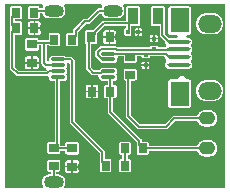
<source format=gbr>
%TF.GenerationSoftware,Altium Limited,Altium Designer,20.1.8 (145)*%
G04 Layer_Physical_Order=2*
G04 Layer_Color=16729670*
%FSLAX45Y45*%
%MOMM*%
%TF.SameCoordinates,B8344769-4606-4218-AAAC-353AEC7BCCEF*%
%TF.FilePolarity,Positive*%
%TF.FileFunction,Copper,L2,Bot,Signal*%
%TF.Part,Single*%
G01*
G75*
%TA.AperFunction,ComponentPad*%
G04:AMPARAMS|DCode=10|XSize=1.1mm|YSize=1.4mm|CornerRadius=0.55mm|HoleSize=0mm|Usage=FLASHONLY|Rotation=270.000|XOffset=0mm|YOffset=0mm|HoleType=Round|Shape=RoundedRectangle|*
%AMROUNDEDRECTD10*
21,1,1.10000,0.30000,0,0,270.0*
21,1,0.00000,1.40000,0,0,270.0*
1,1,1.10000,-0.15000,0.00000*
1,1,1.10000,-0.15000,0.00000*
1,1,1.10000,0.15000,0.00000*
1,1,1.10000,0.15000,0.00000*
%
%ADD10ROUNDEDRECTD10*%
%ADD11O,1.70000X1.00000*%
%ADD12O,2.25000X3.75000*%
G04:AMPARAMS|DCode=13|XSize=2.25mm|YSize=3.75mm|CornerRadius=1.125mm|HoleSize=0mm|Usage=FLASHONLY|Rotation=180.000|XOffset=0mm|YOffset=0mm|HoleType=Round|Shape=RoundedRectangle|*
%AMROUNDEDRECTD13*
21,1,2.25000,1.50000,0,0,180.0*
21,1,0.00000,3.75000,0,0,180.0*
1,1,2.25000,0.00000,0.75000*
1,1,2.25000,0.00000,0.75000*
1,1,2.25000,0.00000,-0.75000*
1,1,2.25000,0.00000,-0.75000*
%
%ADD13ROUNDEDRECTD13*%
%ADD14O,2.00000X1.50000*%
%TA.AperFunction,ViaPad*%
%ADD15C,0.80000*%
%TA.AperFunction,SMDPad,CuDef*%
G04:AMPARAMS|DCode=16|XSize=0.85mm|YSize=1.4mm|CornerRadius=0.00425mm|HoleSize=0mm|Usage=FLASHONLY|Rotation=180.000|XOffset=0mm|YOffset=0mm|HoleType=Round|Shape=RoundedRectangle|*
%AMROUNDEDRECTD16*
21,1,0.85000,1.39150,0,0,180.0*
21,1,0.84150,1.40000,0,0,180.0*
1,1,0.00850,-0.42075,0.69575*
1,1,0.00850,0.42075,0.69575*
1,1,0.00850,0.42075,-0.69575*
1,1,0.00850,-0.42075,-0.69575*
%
%ADD16ROUNDEDRECTD16*%
G04:AMPARAMS|DCode=17|XSize=0.4mm|YSize=0.3mm|CornerRadius=0.0015mm|HoleSize=0mm|Usage=FLASHONLY|Rotation=270.000|XOffset=0mm|YOffset=0mm|HoleType=Round|Shape=RoundedRectangle|*
%AMROUNDEDRECTD17*
21,1,0.40000,0.29700,0,0,270.0*
21,1,0.39700,0.30000,0,0,270.0*
1,1,0.00300,-0.14850,-0.19850*
1,1,0.00300,-0.14850,0.19850*
1,1,0.00300,0.14850,0.19850*
1,1,0.00300,0.14850,-0.19850*
%
%ADD17ROUNDEDRECTD17*%
G04:AMPARAMS|DCode=18|XSize=0.4mm|YSize=0.3mm|CornerRadius=0.0015mm|HoleSize=0mm|Usage=FLASHONLY|Rotation=0.000|XOffset=0mm|YOffset=0mm|HoleType=Round|Shape=RoundedRectangle|*
%AMROUNDEDRECTD18*
21,1,0.40000,0.29700,0,0,0.0*
21,1,0.39700,0.30000,0,0,0.0*
1,1,0.00300,0.19850,-0.14850*
1,1,0.00300,-0.19850,-0.14850*
1,1,0.00300,-0.19850,0.14850*
1,1,0.00300,0.19850,0.14850*
%
%ADD18ROUNDEDRECTD18*%
G04:AMPARAMS|DCode=19|XSize=0.85mm|YSize=0.75mm|CornerRadius=0.00375mm|HoleSize=0mm|Usage=FLASHONLY|Rotation=0.000|XOffset=0mm|YOffset=0mm|HoleType=Round|Shape=RoundedRectangle|*
%AMROUNDEDRECTD19*
21,1,0.85000,0.74250,0,0,0.0*
21,1,0.84250,0.75000,0,0,0.0*
1,1,0.00750,0.42125,-0.37125*
1,1,0.00750,-0.42125,-0.37125*
1,1,0.00750,-0.42125,0.37125*
1,1,0.00750,0.42125,0.37125*
%
%ADD19ROUNDEDRECTD19*%
G04:AMPARAMS|DCode=20|XSize=0.8mm|YSize=0.7mm|CornerRadius=0.0035mm|HoleSize=0mm|Usage=FLASHONLY|Rotation=90.000|XOffset=0mm|YOffset=0mm|HoleType=Round|Shape=RoundedRectangle|*
%AMROUNDEDRECTD20*
21,1,0.80000,0.69300,0,0,90.0*
21,1,0.79300,0.70000,0,0,90.0*
1,1,0.00700,0.34650,0.39650*
1,1,0.00700,0.34650,-0.39650*
1,1,0.00700,-0.34650,-0.39650*
1,1,0.00700,-0.34650,0.39650*
%
%ADD20ROUNDEDRECTD20*%
G04:AMPARAMS|DCode=21|XSize=0.8mm|YSize=0.7mm|CornerRadius=0.0035mm|HoleSize=0mm|Usage=FLASHONLY|Rotation=0.000|XOffset=0mm|YOffset=0mm|HoleType=Round|Shape=RoundedRectangle|*
%AMROUNDEDRECTD21*
21,1,0.80000,0.69300,0,0,0.0*
21,1,0.79300,0.70000,0,0,0.0*
1,1,0.00700,0.39650,-0.34650*
1,1,0.00700,-0.39650,-0.34650*
1,1,0.00700,-0.39650,0.34650*
1,1,0.00700,0.39650,0.34650*
%
%ADD21ROUNDEDRECTD21*%
G04:AMPARAMS|DCode=22|XSize=0.85mm|YSize=0.75mm|CornerRadius=0.00375mm|HoleSize=0mm|Usage=FLASHONLY|Rotation=90.000|XOffset=0mm|YOffset=0mm|HoleType=Round|Shape=RoundedRectangle|*
%AMROUNDEDRECTD22*
21,1,0.85000,0.74250,0,0,90.0*
21,1,0.84250,0.75000,0,0,90.0*
1,1,0.00750,0.37125,0.42125*
1,1,0.00750,0.37125,-0.42125*
1,1,0.00750,-0.37125,-0.42125*
1,1,0.00750,-0.37125,0.42125*
%
%ADD22ROUNDEDRECTD22*%
%ADD23O,1.25000X0.30000*%
G04:AMPARAMS|DCode=24|XSize=0.35mm|YSize=2mm|CornerRadius=0.175mm|HoleSize=0mm|Usage=FLASHONLY|Rotation=270.000|XOffset=0mm|YOffset=0mm|HoleType=Round|Shape=RoundedRectangle|*
%AMROUNDEDRECTD24*
21,1,0.35000,1.65000,0,0,270.0*
21,1,0.00000,2.00000,0,0,270.0*
1,1,0.35000,-0.82500,0.00000*
1,1,0.35000,-0.82500,0.00000*
1,1,0.35000,0.82500,0.00000*
1,1,0.35000,0.82500,0.00000*
%
%ADD24ROUNDEDRECTD24*%
G04:AMPARAMS|DCode=25|XSize=2.1mm|YSize=1.6mm|CornerRadius=0.008mm|HoleSize=0mm|Usage=FLASHONLY|Rotation=270.000|XOffset=0mm|YOffset=0mm|HoleType=Round|Shape=RoundedRectangle|*
%AMROUNDEDRECTD25*
21,1,2.10000,1.58400,0,0,270.0*
21,1,2.08400,1.60000,0,0,270.0*
1,1,0.01600,-0.79200,-1.04200*
1,1,0.01600,-0.79200,1.04200*
1,1,0.01600,0.79200,1.04200*
1,1,0.01600,0.79200,-1.04200*
%
%ADD25ROUNDEDRECTD25*%
%TA.AperFunction,Conductor*%
%ADD26C,0.12700*%
%ADD27C,0.15240*%
%ADD28C,0.17780*%
G36*
X1879609Y20391D02*
X520829D01*
X513803Y35631D01*
X514984Y37014D01*
X520350Y45770D01*
X524280Y55257D01*
X526677Y65242D01*
X527483Y75479D01*
X526677Y85717D01*
X524280Y95702D01*
X520350Y105189D01*
X514984Y113945D01*
X508315Y121754D01*
X500507Y128423D01*
X491751Y133788D01*
X482264Y137718D01*
X472278Y140115D01*
X462041Y140921D01*
X451380D01*
Y161278D01*
X466691D01*
X470761Y161813D01*
X474554Y163384D01*
X477810Y165883D01*
X480309Y169140D01*
X481880Y172933D01*
X482416Y177002D01*
Y246302D01*
X481880Y250372D01*
X480309Y254165D01*
X477810Y257421D01*
X474554Y259920D01*
X470761Y261491D01*
X466691Y262027D01*
X387391D01*
X383322Y261491D01*
X379529Y259920D01*
X376272Y257421D01*
X373773Y254165D01*
X372202Y250372D01*
X371667Y246302D01*
Y177002D01*
X372202Y172933D01*
X373773Y169140D01*
X376272Y165883D01*
X379529Y163384D01*
X383322Y161813D01*
X387391Y161278D01*
X402703D01*
Y140921D01*
X392041D01*
X381804Y140115D01*
X371819Y137718D01*
X362332Y133788D01*
X353576Y128423D01*
X345767Y121754D01*
X339098Y113945D01*
X333733Y105189D01*
X329803Y95702D01*
X327405Y85717D01*
X326600Y75479D01*
X327405Y65242D01*
X329803Y55257D01*
X333733Y45770D01*
X339098Y37014D01*
X340279Y35631D01*
X333253Y20391D01*
X20391D01*
Y1579609D01*
X332434D01*
X339461Y1564369D01*
X339098Y1563945D01*
X333733Y1555189D01*
X330446Y1547256D01*
X308367D01*
Y1547390D01*
X307831Y1551459D01*
X306260Y1555252D01*
X303761Y1558509D01*
X300505Y1561008D01*
X296712Y1562579D01*
X292642Y1563114D01*
X223342D01*
X219273Y1562579D01*
X215480Y1561008D01*
X212223Y1558509D01*
X209724Y1555252D01*
X208154Y1551459D01*
X207618Y1547390D01*
Y1468090D01*
X208154Y1464020D01*
X209724Y1460227D01*
X212223Y1456971D01*
X215480Y1454472D01*
X219273Y1452901D01*
X223342Y1452365D01*
X292642D01*
X296712Y1452901D01*
X300505Y1454472D01*
X303761Y1456971D01*
X306260Y1460227D01*
X307831Y1464020D01*
X308367Y1468090D01*
Y1503703D01*
X330446D01*
X333733Y1495770D01*
X339098Y1487014D01*
X345767Y1479205D01*
X353576Y1472536D01*
X362332Y1467171D01*
X371819Y1463241D01*
X381804Y1460844D01*
X392041Y1460038D01*
X462041D01*
X472278Y1460844D01*
X482264Y1463241D01*
X491751Y1467171D01*
X500507Y1472536D01*
X508315Y1479205D01*
X514984Y1487014D01*
X520350Y1495770D01*
X524280Y1505257D01*
X526677Y1515242D01*
X527483Y1525480D01*
X526677Y1535717D01*
X524280Y1545702D01*
X520350Y1555189D01*
X514984Y1563945D01*
X514622Y1564369D01*
X521648Y1579609D01*
X832434D01*
X839461Y1564369D01*
X839098Y1563945D01*
X833733Y1555189D01*
X830446Y1547256D01*
X813285D01*
X807649Y1546514D01*
X802397Y1544338D01*
X797887Y1540878D01*
X714844Y1457835D01*
X694256D01*
X688620Y1457093D01*
X683368Y1454917D01*
X678858Y1451457D01*
X598175Y1370773D01*
X594714Y1366263D01*
X592539Y1361011D01*
X591797Y1355375D01*
Y1334930D01*
X550273D01*
X546203Y1334395D01*
X542410Y1332824D01*
X539154Y1330325D01*
X536655Y1327068D01*
X535084Y1323275D01*
X534548Y1319206D01*
Y1239906D01*
X535084Y1235836D01*
X536655Y1232044D01*
X539154Y1228787D01*
X542410Y1226288D01*
X546203Y1224717D01*
X550273Y1224181D01*
X619573D01*
X623642Y1224717D01*
X627435Y1226288D01*
X630692Y1228787D01*
X633191Y1232044D01*
X634761Y1235836D01*
X635297Y1239906D01*
Y1307812D01*
X635349Y1308206D01*
Y1346355D01*
X703276Y1414282D01*
X723864D01*
X729500Y1415024D01*
X734752Y1417200D01*
X739262Y1420660D01*
X816397Y1497796D01*
X833088Y1495845D01*
X834047Y1495257D01*
X839098Y1487014D01*
X845767Y1479205D01*
X853576Y1472536D01*
X862332Y1467171D01*
X871819Y1463241D01*
X881804Y1460844D01*
X892041Y1460038D01*
X962041D01*
X972278Y1460844D01*
X982264Y1463241D01*
X991751Y1467171D01*
X1000507Y1472536D01*
X1008315Y1479205D01*
X1014985Y1487014D01*
X1020350Y1495770D01*
X1024280Y1505257D01*
X1026677Y1515242D01*
X1027483Y1525480D01*
X1026677Y1535717D01*
X1024280Y1545702D01*
X1020350Y1555189D01*
X1014985Y1563945D01*
X1014622Y1564369D01*
X1021648Y1579609D01*
X1879609D01*
Y20391D01*
D02*
G37*
%LPC*%
G36*
X302657Y1435074D02*
X273145D01*
Y1384819D01*
X318407D01*
Y1419325D01*
X317870Y1423401D01*
X316297Y1427199D01*
X313794Y1430461D01*
X310532Y1432964D01*
X306733Y1434537D01*
X302657Y1435074D01*
D02*
G37*
G36*
X257905D02*
X228407D01*
X224331Y1434537D01*
X220532Y1432964D01*
X217270Y1430461D01*
X214767Y1427199D01*
X213194Y1423401D01*
X212657Y1419325D01*
Y1384819D01*
X257905D01*
Y1435074D01*
D02*
G37*
G36*
X1161153Y1378125D02*
X1153926D01*
Y1350369D01*
X1176676D01*
Y1362602D01*
X1176147Y1366619D01*
X1174596Y1370363D01*
X1172129Y1373578D01*
X1168914Y1376045D01*
X1165170Y1377596D01*
X1161153Y1378125D01*
D02*
G37*
G36*
X1138686D02*
X1131453D01*
X1127435Y1377596D01*
X1123691Y1376045D01*
X1120477Y1373578D01*
X1118010Y1370363D01*
X1116459Y1366619D01*
X1115930Y1362602D01*
Y1350369D01*
X1138686D01*
Y1378125D01*
D02*
G37*
G36*
X1773775Y1505456D02*
X1723774D01*
X1711970Y1504682D01*
X1700368Y1502374D01*
X1689167Y1498572D01*
X1678557Y1493340D01*
X1668722Y1486768D01*
X1659828Y1478968D01*
X1652029Y1470075D01*
X1645457Y1460239D01*
X1640225Y1449630D01*
X1636422Y1438428D01*
X1634115Y1426826D01*
X1633341Y1415022D01*
X1634115Y1403218D01*
X1636422Y1391616D01*
X1640225Y1380415D01*
X1645457Y1369806D01*
X1652029Y1359970D01*
X1659828Y1351076D01*
X1668722Y1343277D01*
X1678557Y1336705D01*
X1689167Y1331473D01*
X1700368Y1327670D01*
X1711970Y1325363D01*
X1723774Y1324589D01*
X1773775D01*
X1785579Y1325363D01*
X1797181Y1327670D01*
X1808382Y1331473D01*
X1818992Y1336705D01*
X1828827Y1343277D01*
X1837721Y1351076D01*
X1845520Y1359970D01*
X1852092Y1369806D01*
X1857324Y1380415D01*
X1861127Y1391616D01*
X1863434Y1403218D01*
X1864208Y1415022D01*
X1863434Y1426826D01*
X1861127Y1438428D01*
X1857324Y1449630D01*
X1852092Y1460239D01*
X1845520Y1470075D01*
X1837721Y1478968D01*
X1828827Y1486768D01*
X1818992Y1493340D01*
X1808382Y1498572D01*
X1797181Y1502374D01*
X1785579Y1504682D01*
X1773775Y1505456D01*
D02*
G37*
G36*
X318407Y1369579D02*
X273145D01*
Y1319325D01*
X302657D01*
X306733Y1319861D01*
X310532Y1321435D01*
X313794Y1323938D01*
X316297Y1327200D01*
X317870Y1330998D01*
X318407Y1335074D01*
Y1369579D01*
D02*
G37*
G36*
X257905D02*
X212657D01*
Y1335074D01*
X213194Y1330998D01*
X214767Y1327200D01*
X217270Y1323938D01*
X220532Y1321435D01*
X224331Y1319861D01*
X228407Y1319325D01*
X257905D01*
Y1369579D01*
D02*
G37*
G36*
X938318Y1357934D02*
X908816D01*
Y1307679D01*
X954068D01*
Y1342185D01*
X953531Y1346261D01*
X951958Y1350060D01*
X949455Y1353321D01*
X946193Y1355824D01*
X942395Y1357398D01*
X938318Y1357934D01*
D02*
G37*
G36*
X893576D02*
X864068D01*
X859992Y1357398D01*
X856193Y1355824D01*
X852931Y1353321D01*
X850429Y1350060D01*
X848855Y1346261D01*
X848319Y1342185D01*
Y1307679D01*
X893576D01*
Y1357934D01*
D02*
G37*
G36*
X1176676Y1335129D02*
X1153926D01*
Y1307379D01*
X1161153D01*
X1165170Y1307908D01*
X1168914Y1309459D01*
X1172129Y1311926D01*
X1174596Y1315141D01*
X1176147Y1318885D01*
X1176676Y1322902D01*
Y1335129D01*
D02*
G37*
G36*
X1138686D02*
X1115930D01*
Y1322902D01*
X1116459Y1318885D01*
X1118010Y1315141D01*
X1120477Y1311926D01*
X1123691Y1309459D01*
X1127435Y1307908D01*
X1131453Y1307379D01*
X1138686D01*
Y1335129D01*
D02*
G37*
G36*
X1142970Y1564244D02*
X1058820D01*
X1054730Y1563705D01*
X1050920Y1562127D01*
X1047647Y1559616D01*
X1045136Y1556344D01*
X1043558Y1552533D01*
X1043020Y1548443D01*
Y1441595D01*
X850899D01*
X845263Y1440853D01*
X840011Y1438677D01*
X835501Y1435217D01*
X761945Y1361661D01*
X759086Y1357934D01*
X709068D01*
X704992Y1357398D01*
X701193Y1355824D01*
X697932Y1353321D01*
X695429Y1350060D01*
X693855Y1346261D01*
X693319Y1342185D01*
Y1257934D01*
X693855Y1253858D01*
X695429Y1250060D01*
X697932Y1246798D01*
X701193Y1244295D01*
X703913Y1243168D01*
Y1036163D01*
X704655Y1030527D01*
X706831Y1025275D01*
X710291Y1020765D01*
X746370Y984686D01*
X750880Y981226D01*
X756132Y979050D01*
X761768Y978308D01*
X799861D01*
X804669Y974150D01*
X811792Y963068D01*
X811655Y961674D01*
X812239Y955746D01*
X813968Y950046D01*
X816776Y944793D01*
X820555Y940188D01*
X825160Y936409D01*
X830413Y933601D01*
X836113Y931872D01*
X842041Y931288D01*
X886515D01*
Y898199D01*
X871166D01*
X867090Y897663D01*
X863291Y896089D01*
X860029Y893586D01*
X857526Y890325D01*
X855953Y886526D01*
X855416Y882450D01*
Y798200D01*
X855953Y794123D01*
X857526Y790325D01*
X860029Y787063D01*
X863291Y784560D01*
X867090Y782987D01*
X871166Y782450D01*
X886515D01*
Y669515D01*
X887257Y663879D01*
X889432Y658627D01*
X892893Y654117D01*
X1132448Y414562D01*
Y402191D01*
X1132126Y399746D01*
Y320446D01*
X1132661Y316376D01*
X1134232Y312584D01*
X1136731Y309327D01*
X1139988Y306828D01*
X1143781Y305257D01*
X1147850Y304721D01*
X1217150D01*
X1221220Y305257D01*
X1225013Y306828D01*
X1228269Y309327D01*
X1230768Y312584D01*
X1232339Y316376D01*
X1232875Y320446D01*
Y338320D01*
X1645416D01*
X1649645Y328109D01*
X1655422Y318682D01*
X1662602Y310275D01*
X1671009Y303095D01*
X1680436Y297318D01*
X1690650Y293087D01*
X1701401Y290506D01*
X1712423Y289639D01*
X1742423D01*
X1753445Y290506D01*
X1764195Y293087D01*
X1774409Y297318D01*
X1783836Y303095D01*
X1792243Y310275D01*
X1799424Y318682D01*
X1805200Y328109D01*
X1809431Y338323D01*
X1812012Y349074D01*
X1812880Y360096D01*
X1812012Y371118D01*
X1809431Y381868D01*
X1805200Y392083D01*
X1799424Y401509D01*
X1792243Y409916D01*
X1783836Y417097D01*
X1774409Y422873D01*
X1764195Y427105D01*
X1753445Y429685D01*
X1742423Y430553D01*
X1712423D01*
X1701401Y429685D01*
X1690650Y427105D01*
X1680436Y422873D01*
X1671009Y417097D01*
X1662602Y409916D01*
X1655422Y401509D01*
X1649645Y392083D01*
X1645416Y381872D01*
X1232875D01*
Y399746D01*
X1232339Y403816D01*
X1230768Y407608D01*
X1228269Y410865D01*
X1225013Y413364D01*
X1221220Y414935D01*
X1217150Y415470D01*
X1176000D01*
Y423582D01*
X1175258Y429218D01*
X1173082Y434470D01*
X1169622Y438980D01*
X930067Y678535D01*
Y782450D01*
X945416D01*
X949492Y782987D01*
X953291Y784560D01*
X956553Y787063D01*
X959056Y790325D01*
X960629Y794123D01*
X961166Y798200D01*
Y882450D01*
X960629Y886526D01*
X959056Y890325D01*
X956553Y893586D01*
X953291Y896089D01*
X949492Y897663D01*
X945416Y898199D01*
X930067D01*
Y931288D01*
X937041D01*
X942969Y931872D01*
X948670Y933601D01*
X953923Y936409D01*
X958528Y940188D01*
X962307Y944793D01*
X965115Y950046D01*
X966844Y955746D01*
X967428Y961674D01*
X966844Y967602D01*
X965115Y973303D01*
X962307Y978556D01*
X959669Y986674D01*
X962307Y994793D01*
X965115Y1000046D01*
X966844Y1005746D01*
X967428Y1011674D01*
X966844Y1017602D01*
X965115Y1023302D01*
X962307Y1028556D01*
X958528Y1033160D01*
X953923Y1036940D01*
X948670Y1039747D01*
X942969Y1041476D01*
X937041Y1042060D01*
X842041D01*
X836113Y1041476D01*
X830413Y1039747D01*
X825160Y1036940D01*
X820555Y1033160D01*
X816776Y1028556D01*
X813968Y1023302D01*
X813531Y1021861D01*
X770788D01*
X747466Y1045183D01*
Y1242185D01*
X783318D01*
X787395Y1242722D01*
X791193Y1244295D01*
X794455Y1246798D01*
X796958Y1250060D01*
X798531Y1253858D01*
X799068Y1257934D01*
Y1330818D01*
X799120Y1331210D01*
Y1337243D01*
X859919Y1398042D01*
X1043117D01*
Y1378125D01*
X1041453D01*
X1037436Y1377596D01*
X1033692Y1376045D01*
X1030477Y1373578D01*
X1028010Y1370363D01*
X1026459Y1366619D01*
X1025930Y1362602D01*
Y1322902D01*
X1026459Y1318885D01*
X1028010Y1315141D01*
X1030477Y1311926D01*
X1033692Y1309459D01*
X1037436Y1307908D01*
X1041453Y1307379D01*
X1071153D01*
X1075170Y1307908D01*
X1078914Y1309459D01*
X1082129Y1311926D01*
X1084596Y1315141D01*
X1086147Y1318885D01*
X1086676Y1322902D01*
Y1362602D01*
X1086669Y1362650D01*
Y1393494D01*
X1142970D01*
X1147059Y1394032D01*
X1150870Y1395610D01*
X1154142Y1398121D01*
X1156653Y1401393D01*
X1158231Y1405204D01*
X1158770Y1409294D01*
Y1548443D01*
X1158231Y1552533D01*
X1156653Y1556344D01*
X1154142Y1559616D01*
X1150870Y1562127D01*
X1147059Y1563705D01*
X1142970Y1564244D01*
D02*
G37*
G36*
X1295329Y1319785D02*
X1283099D01*
Y1297032D01*
X1310852D01*
Y1304262D01*
X1310323Y1308279D01*
X1308772Y1312023D01*
X1306305Y1315238D01*
X1303091Y1317705D01*
X1299347Y1319256D01*
X1295329Y1319785D01*
D02*
G37*
G36*
X1267859D02*
X1255629D01*
X1251612Y1319256D01*
X1247868Y1317705D01*
X1244653Y1315238D01*
X1242186Y1312023D01*
X1240635Y1308279D01*
X1240106Y1304262D01*
Y1297032D01*
X1267859D01*
Y1319785D01*
D02*
G37*
G36*
X1310852Y1281792D02*
X1283099D01*
Y1259039D01*
X1295329D01*
X1299347Y1259568D01*
X1303091Y1261119D01*
X1306305Y1263586D01*
X1308772Y1266801D01*
X1310323Y1270545D01*
X1310852Y1274562D01*
Y1281792D01*
D02*
G37*
G36*
X1267859D02*
X1240106D01*
Y1274562D01*
X1240635Y1270545D01*
X1242186Y1266801D01*
X1244653Y1263586D01*
X1247868Y1261119D01*
X1251612Y1259568D01*
X1255629Y1259039D01*
X1267859D01*
Y1281792D01*
D02*
G37*
G36*
X954068Y1292439D02*
X908816D01*
Y1242185D01*
X938318D01*
X942395Y1242722D01*
X946193Y1244295D01*
X949455Y1246798D01*
X951958Y1250060D01*
X953531Y1253858D01*
X954068Y1257934D01*
Y1292439D01*
D02*
G37*
G36*
X893576D02*
X848319D01*
Y1257934D01*
X848855Y1253858D01*
X850429Y1250060D01*
X852931Y1246798D01*
X856193Y1244295D01*
X859992Y1242722D01*
X864068Y1242185D01*
X893576D01*
Y1292439D01*
D02*
G37*
G36*
X142642Y1563114D02*
X73342D01*
X69272Y1562579D01*
X65480Y1561008D01*
X62223Y1558509D01*
X59724Y1555252D01*
X58153Y1551459D01*
X57618Y1547390D01*
Y1479483D01*
X57566Y1479089D01*
Y1405850D01*
X57657Y1405153D01*
Y1349246D01*
X57566Y1348549D01*
Y1038671D01*
X58308Y1033035D01*
X60483Y1027783D01*
X63944Y1023273D01*
X108403Y978814D01*
X112913Y975353D01*
X118165Y973178D01*
X123801Y972436D01*
X371672D01*
X372826Y972588D01*
X375233Y971755D01*
X384872Y963868D01*
X386187Y962250D01*
X386761Y960598D01*
X387239Y955746D01*
X388968Y950046D01*
X391776Y944793D01*
X395555Y940188D01*
X400160Y936409D01*
X405413Y933601D01*
X411113Y931872D01*
X417041Y931288D01*
X438800D01*
Y412027D01*
X387391D01*
X383322Y411491D01*
X379529Y409920D01*
X376272Y407422D01*
X373773Y404165D01*
X372202Y400372D01*
X371667Y396302D01*
Y327003D01*
X372202Y322933D01*
X373773Y319140D01*
X376272Y315884D01*
X379529Y313385D01*
X383322Y311814D01*
X387391Y311278D01*
X466691D01*
X470761Y311814D01*
X474554Y313385D01*
X477810Y315884D01*
X480309Y319140D01*
X481880Y322933D01*
X482416Y327003D01*
Y338320D01*
X527048D01*
Y322971D01*
X527585Y318894D01*
X529158Y315096D01*
X531661Y311834D01*
X534923Y309331D01*
X538721Y307758D01*
X542797Y307221D01*
X627048D01*
X631124Y307758D01*
X634923Y309331D01*
X638184Y311834D01*
X640687Y315096D01*
X642261Y318894D01*
X642797Y322971D01*
Y397221D01*
X642261Y401297D01*
X640687Y405096D01*
X638184Y408358D01*
X634923Y410860D01*
X631124Y412434D01*
X627048Y412970D01*
X542797D01*
X538721Y412434D01*
X534923Y410860D01*
X531661Y408358D01*
X529158Y405096D01*
X527585Y401297D01*
X527048Y397221D01*
Y381872D01*
X482416D01*
Y396302D01*
X482353Y396783D01*
Y931288D01*
X512041D01*
X517969Y931872D01*
X523670Y933601D01*
X528923Y936409D01*
X533528Y940188D01*
X537307Y944793D01*
X540115Y950046D01*
X541844Y955746D01*
X542428Y961674D01*
X541844Y967602D01*
X540115Y973303D01*
X537307Y978556D01*
X534669Y986674D01*
X537307Y994793D01*
X540115Y1000046D01*
X541844Y1005746D01*
X542428Y1011674D01*
X541844Y1017602D01*
X540115Y1023302D01*
X537307Y1028556D01*
X533528Y1033160D01*
Y1040188D01*
X537307Y1044793D01*
X540115Y1050046D01*
X541844Y1055746D01*
X542428Y1061674D01*
X541844Y1067602D01*
X540115Y1073303D01*
X539391Y1074658D01*
X544019Y1085871D01*
X546947Y1089062D01*
X548107Y1089078D01*
X563146Y1074233D01*
Y581680D01*
X563888Y576044D01*
X566064Y570791D01*
X569525Y566282D01*
X817074Y318732D01*
Y241522D01*
X817126Y241128D01*
Y173222D01*
X817661Y169152D01*
X819232Y165359D01*
X821731Y162103D01*
X824988Y159604D01*
X828780Y158033D01*
X832850Y157497D01*
X902150D01*
X906220Y158033D01*
X910012Y159604D01*
X913269Y162103D01*
X915768Y165359D01*
X917339Y169152D01*
X917875Y173222D01*
Y252521D01*
X917339Y256591D01*
X915768Y260384D01*
X913269Y263641D01*
X910012Y266139D01*
X906220Y267710D01*
X902150Y268246D01*
X860626D01*
Y327752D01*
X859884Y333388D01*
X857709Y338640D01*
X854248Y343150D01*
X606699Y590699D01*
Y1097613D01*
X605957Y1103249D01*
X603781Y1108501D01*
X600321Y1113011D01*
X586259Y1127072D01*
X581749Y1130533D01*
X576497Y1132708D01*
X570861Y1133450D01*
X533175D01*
X528923Y1136940D01*
X523670Y1139748D01*
X517970Y1141477D01*
X512042Y1142060D01*
X417042D01*
X411113Y1141477D01*
X405413Y1139748D01*
X400160Y1136940D01*
X395555Y1133161D01*
X391776Y1128556D01*
X388968Y1123303D01*
X387239Y1117602D01*
X386655Y1111674D01*
X387239Y1105746D01*
X388016Y1103183D01*
X381470Y1089590D01*
X368081Y1096510D01*
Y1232052D01*
X386651D01*
X386655Y1232044D01*
X389153Y1228787D01*
X392410Y1226288D01*
X396203Y1224717D01*
X400273Y1224181D01*
X469572D01*
X473642Y1224717D01*
X477435Y1226288D01*
X480691Y1228787D01*
X483190Y1232044D01*
X484761Y1235836D01*
X485297Y1239906D01*
Y1319206D01*
X484761Y1323275D01*
X483190Y1327068D01*
X480691Y1330325D01*
X477435Y1332824D01*
X473642Y1334395D01*
X469572Y1334930D01*
X400273D01*
X396203Y1334395D01*
X392410Y1332824D01*
X389153Y1330325D01*
X386655Y1327068D01*
X385084Y1323275D01*
X384548Y1319206D01*
Y1275605D01*
X300547D01*
Y1276358D01*
X300010Y1280435D01*
X298437Y1284233D01*
X295934Y1287495D01*
X292672Y1289998D01*
X288873Y1291571D01*
X284797Y1292108D01*
X200547D01*
X196471Y1291571D01*
X192672Y1289998D01*
X189410Y1287495D01*
X186907Y1284233D01*
X185334Y1280435D01*
X184797Y1276358D01*
Y1202108D01*
X185334Y1198032D01*
X186907Y1194233D01*
X189410Y1190971D01*
X192672Y1188469D01*
X196471Y1186895D01*
X200547Y1186359D01*
X284797D01*
X288873Y1186895D01*
X292672Y1188469D01*
X295934Y1190971D01*
X298437Y1194233D01*
X300010Y1198032D01*
X300547Y1202108D01*
Y1232052D01*
X324529D01*
Y1079329D01*
X325271Y1073693D01*
X327446Y1068441D01*
X330907Y1063931D01*
X348561Y1046276D01*
X353071Y1042816D01*
X358323Y1040640D01*
X363210Y1039997D01*
X366146Y1033981D01*
X369037Y1026157D01*
X360206Y1015988D01*
X132821D01*
X101118Y1047691D01*
Y1319325D01*
X147657D01*
X151734Y1319861D01*
X155532Y1321435D01*
X158794Y1323938D01*
X161297Y1327200D01*
X162870Y1330998D01*
X163407Y1335074D01*
Y1419325D01*
X162870Y1423401D01*
X161297Y1427199D01*
X158794Y1430461D01*
X155532Y1432964D01*
X151734Y1434537D01*
X147657Y1435074D01*
X101118D01*
Y1452365D01*
X142642D01*
X146712Y1452901D01*
X150504Y1454472D01*
X153761Y1456971D01*
X156260Y1460227D01*
X157831Y1464020D01*
X158367Y1468090D01*
Y1547390D01*
X157831Y1551459D01*
X156260Y1555252D01*
X153761Y1558509D01*
X150504Y1561008D01*
X146712Y1562579D01*
X142642Y1563114D01*
D02*
G37*
G36*
X1352970Y1564244D02*
X1268820D01*
X1264730Y1563705D01*
X1260920Y1562127D01*
X1257647Y1559616D01*
X1255136Y1556344D01*
X1253558Y1552533D01*
X1253020Y1548443D01*
Y1409294D01*
X1253558Y1405204D01*
X1255136Y1401393D01*
X1257647Y1398121D01*
X1260920Y1395610D01*
X1264730Y1394032D01*
X1268820Y1393494D01*
X1325248D01*
Y1321868D01*
X1325990Y1316232D01*
X1328165Y1310980D01*
X1331626Y1306470D01*
X1371342Y1266754D01*
X1370876Y1262022D01*
X1371508Y1255604D01*
X1373380Y1249433D01*
X1376420Y1243745D01*
X1380512Y1238760D01*
X1381563Y1235726D01*
Y1228073D01*
X1369759Y1215024D01*
X1310752D01*
X1310323Y1218280D01*
X1308772Y1222023D01*
X1306305Y1225238D01*
X1303091Y1227705D01*
X1299347Y1229256D01*
X1295329Y1229785D01*
X1255629D01*
X1251612Y1229256D01*
X1247868Y1227705D01*
X1244653Y1225238D01*
X1242186Y1222023D01*
X1240635Y1218280D01*
X1240207Y1215024D01*
X969841D01*
X969027Y1215838D01*
X964252Y1219503D01*
X958691Y1221806D01*
X952723Y1222592D01*
X826359D01*
X820392Y1221806D01*
X814830Y1219503D01*
X810055Y1215838D01*
X787877Y1193660D01*
X784213Y1188885D01*
X781910Y1183324D01*
X781124Y1177356D01*
Y1145992D01*
X781910Y1140025D01*
X784213Y1134464D01*
X787877Y1129688D01*
X812421Y1105145D01*
X813968Y1100046D01*
X816776Y1094793D01*
X820555Y1090188D01*
X825159Y1086409D01*
X830413Y1083601D01*
X836113Y1081872D01*
X842041Y1081288D01*
X937041D01*
X942969Y1081872D01*
X948669Y1083601D01*
X953923Y1086409D01*
X958527Y1090188D01*
X962306Y1094793D01*
X965114Y1100046D01*
X966843Y1105746D01*
X967427Y1111674D01*
X966843Y1117602D01*
X965114Y1123302D01*
X971448Y1136329D01*
X973919Y1138430D01*
X1021451D01*
Y1099457D01*
X1021986Y1095387D01*
X1023557Y1091594D01*
X1026056Y1088338D01*
X1029313Y1085839D01*
X1033105Y1084268D01*
X1037175Y1083732D01*
X1116475D01*
X1120545Y1084268D01*
X1124337Y1085839D01*
X1127594Y1088338D01*
X1130093Y1091594D01*
X1131664Y1095387D01*
X1132200Y1099457D01*
Y1138430D01*
X1171609D01*
X1172055Y1135039D01*
X1173606Y1131295D01*
X1176073Y1128080D01*
X1179288Y1125613D01*
X1183032Y1124062D01*
X1187049Y1123533D01*
X1226749D01*
X1230767Y1124062D01*
X1234511Y1125613D01*
X1237725Y1128080D01*
X1240192Y1131295D01*
X1241743Y1135039D01*
X1242180Y1138360D01*
X1357111D01*
X1370876Y1132022D01*
X1371508Y1125604D01*
X1373380Y1119433D01*
X1376420Y1113745D01*
X1380512Y1108760D01*
X1381563Y1105725D01*
Y1093319D01*
X1380512Y1090285D01*
X1376420Y1085300D01*
X1373380Y1079612D01*
X1371508Y1073440D01*
X1370876Y1067022D01*
X1371508Y1060604D01*
X1373380Y1054432D01*
X1376420Y1048745D01*
X1380512Y1043760D01*
X1385497Y1039668D01*
X1391184Y1036628D01*
X1397356Y1034756D01*
X1403774Y1034124D01*
X1568775D01*
X1575193Y1034756D01*
X1581364Y1036628D01*
X1587052Y1039668D01*
X1592037Y1043760D01*
X1596129Y1048745D01*
X1599169Y1054432D01*
X1601041Y1060604D01*
X1601673Y1067022D01*
X1601041Y1073440D01*
X1599169Y1079612D01*
X1596129Y1085300D01*
X1592037Y1090285D01*
X1590985Y1093319D01*
Y1105725D01*
X1592037Y1108760D01*
X1596129Y1113745D01*
X1599169Y1119433D01*
X1601041Y1125604D01*
X1601673Y1132022D01*
X1601041Y1138440D01*
X1599169Y1144612D01*
X1596129Y1150300D01*
X1592037Y1155285D01*
X1590985Y1158320D01*
Y1170725D01*
X1592037Y1173760D01*
X1596129Y1178745D01*
X1599169Y1184433D01*
X1601041Y1190604D01*
X1601673Y1197022D01*
X1601041Y1203441D01*
X1599169Y1209612D01*
X1596129Y1215300D01*
X1592037Y1220285D01*
X1590986Y1223319D01*
Y1235726D01*
X1592037Y1238760D01*
X1596129Y1243745D01*
X1599169Y1249433D01*
X1601041Y1255604D01*
X1601673Y1262022D01*
X1601041Y1268440D01*
X1599169Y1274612D01*
X1596129Y1280300D01*
X1592037Y1285285D01*
X1587052Y1289376D01*
X1581364Y1292417D01*
X1575193Y1294288D01*
X1568775Y1294921D01*
X1555097D01*
X1548045Y1308322D01*
X1554883Y1321644D01*
X1572974D01*
X1577161Y1322195D01*
X1581063Y1323811D01*
X1584414Y1326382D01*
X1586985Y1329733D01*
X1588601Y1333635D01*
X1589153Y1337822D01*
Y1546222D01*
X1588601Y1550409D01*
X1586985Y1554312D01*
X1584414Y1557662D01*
X1581063Y1560233D01*
X1577161Y1561850D01*
X1572974Y1562401D01*
X1414575D01*
X1410387Y1561850D01*
X1406485Y1560233D01*
X1403135Y1557662D01*
X1400564Y1554312D01*
X1398947Y1550409D01*
X1398396Y1546222D01*
Y1337822D01*
X1398947Y1333635D01*
X1400564Y1329733D01*
X1403135Y1326382D01*
X1406485Y1323811D01*
X1410387Y1322195D01*
X1414575Y1321644D01*
X1472666D01*
X1479504Y1308322D01*
X1472451Y1294921D01*
X1404768D01*
X1368800Y1330888D01*
Y1439945D01*
X1368770Y1440177D01*
Y1548443D01*
X1368231Y1552533D01*
X1366653Y1556344D01*
X1364142Y1559616D01*
X1360870Y1562127D01*
X1357059Y1563705D01*
X1352970Y1564244D01*
D02*
G37*
G36*
X284797Y1137108D02*
X250292D01*
Y1091853D01*
X300547D01*
Y1121358D01*
X300010Y1125435D01*
X298437Y1129233D01*
X295934Y1132495D01*
X292672Y1134998D01*
X288873Y1136571D01*
X284797Y1137108D01*
D02*
G37*
G36*
X235052D02*
X200547D01*
X196471Y1136571D01*
X192672Y1134998D01*
X189410Y1132495D01*
X186907Y1129233D01*
X185334Y1125435D01*
X184797Y1121358D01*
Y1091853D01*
X235052D01*
Y1137108D01*
D02*
G37*
G36*
X1226749Y1094279D02*
X1214516D01*
Y1071533D01*
X1242272D01*
Y1078756D01*
X1241743Y1082774D01*
X1240192Y1086518D01*
X1237725Y1089732D01*
X1234511Y1092199D01*
X1230767Y1093750D01*
X1226749Y1094279D01*
D02*
G37*
G36*
X1199276D02*
X1187049D01*
X1183032Y1093750D01*
X1179288Y1092199D01*
X1176073Y1089732D01*
X1173606Y1086518D01*
X1172055Y1082774D01*
X1171526Y1078756D01*
Y1071533D01*
X1199276D01*
Y1094279D01*
D02*
G37*
G36*
X1242272Y1056293D02*
X1214516D01*
Y1033533D01*
X1226749D01*
X1230767Y1034062D01*
X1234511Y1035613D01*
X1237725Y1038080D01*
X1240192Y1041295D01*
X1241743Y1045039D01*
X1242272Y1049056D01*
Y1056293D01*
D02*
G37*
G36*
X1199276D02*
X1171526D01*
Y1049056D01*
X1172055Y1045039D01*
X1173606Y1041295D01*
X1176073Y1038080D01*
X1179288Y1035613D01*
X1183032Y1034062D01*
X1187049Y1033533D01*
X1199276D01*
Y1056293D01*
D02*
G37*
G36*
X300547Y1076613D02*
X250292D01*
Y1031359D01*
X284797D01*
X288873Y1031895D01*
X292672Y1033469D01*
X295934Y1035972D01*
X298437Y1039233D01*
X300010Y1043032D01*
X300547Y1047108D01*
Y1076613D01*
D02*
G37*
G36*
X235052D02*
X184797D01*
Y1047108D01*
X185334Y1043032D01*
X186907Y1039233D01*
X189410Y1035972D01*
X192672Y1033469D01*
X196471Y1031895D01*
X200547Y1031359D01*
X235052D01*
Y1076613D01*
D02*
G37*
G36*
X790416Y898199D02*
X760910D01*
Y847944D01*
X806166D01*
Y882450D01*
X805629Y886526D01*
X804056Y890325D01*
X801553Y893586D01*
X798291Y896089D01*
X794492Y897663D01*
X790416Y898199D01*
D02*
G37*
G36*
X745670D02*
X716166D01*
X712090Y897663D01*
X708291Y896089D01*
X705029Y893586D01*
X702526Y890325D01*
X700953Y886526D01*
X700416Y882450D01*
Y847944D01*
X745670D01*
Y898199D01*
D02*
G37*
G36*
X806166Y832704D02*
X760910D01*
Y782450D01*
X790416D01*
X794492Y782987D01*
X798291Y784560D01*
X801553Y787063D01*
X804056Y790325D01*
X805629Y794123D01*
X806166Y798200D01*
Y832704D01*
D02*
G37*
G36*
X745670D02*
X700416D01*
Y798200D01*
X700953Y794123D01*
X702526Y790325D01*
X705029Y787063D01*
X708291Y784560D01*
X712090Y782987D01*
X716166Y782450D01*
X745670D01*
Y832704D01*
D02*
G37*
G36*
X1773775Y939456D02*
X1723774D01*
X1711970Y938682D01*
X1700368Y936374D01*
X1689167Y932572D01*
X1678557Y927340D01*
X1668722Y920768D01*
X1659828Y912968D01*
X1652029Y904075D01*
X1645457Y894239D01*
X1640225Y883630D01*
X1636422Y872428D01*
X1634115Y860826D01*
X1633341Y849022D01*
X1634115Y837219D01*
X1636422Y825617D01*
X1640225Y814415D01*
X1645457Y803806D01*
X1652029Y793970D01*
X1659828Y785076D01*
X1668722Y777277D01*
X1678557Y770705D01*
X1689167Y765473D01*
X1700368Y761671D01*
X1711970Y759363D01*
X1723774Y758589D01*
X1773775D01*
X1785579Y759363D01*
X1797181Y761671D01*
X1808382Y765473D01*
X1818992Y770705D01*
X1828827Y777277D01*
X1837721Y785076D01*
X1845520Y793970D01*
X1852092Y803806D01*
X1857324Y814415D01*
X1861127Y825617D01*
X1863434Y837219D01*
X1864208Y849022D01*
X1863434Y860826D01*
X1861127Y872428D01*
X1857324Y883630D01*
X1852092Y894239D01*
X1845520Y904075D01*
X1837721Y912968D01*
X1828827Y920768D01*
X1818992Y927340D01*
X1808382Y932572D01*
X1797181Y936374D01*
X1785579Y938682D01*
X1773775Y939456D01*
D02*
G37*
G36*
X1513774Y972457D02*
X1505886Y971680D01*
X1498301Y969379D01*
X1491310Y965642D01*
X1485183Y960614D01*
X1480154Y954487D01*
X1476418Y947496D01*
X1474872Y942401D01*
X1414575D01*
X1410387Y941850D01*
X1406485Y940233D01*
X1403135Y937662D01*
X1400564Y934312D01*
X1398947Y930410D01*
X1398396Y926222D01*
Y717823D01*
X1398947Y713635D01*
X1400564Y709733D01*
X1403135Y706383D01*
X1406485Y703812D01*
X1410387Y702195D01*
X1414575Y701644D01*
X1572974D01*
X1577161Y702195D01*
X1581063Y703812D01*
X1584414Y706383D01*
X1586985Y709733D01*
X1588601Y713635D01*
X1589153Y717823D01*
Y926222D01*
X1588601Y930410D01*
X1586985Y934312D01*
X1584414Y937662D01*
X1581063Y940233D01*
X1577161Y941850D01*
X1572974Y942401D01*
X1552677D01*
X1551131Y947496D01*
X1547395Y954487D01*
X1542366Y960614D01*
X1536239Y965642D01*
X1529248Y969379D01*
X1521663Y971680D01*
X1513774Y972457D01*
D02*
G37*
G36*
X1116475Y1034481D02*
X1037175D01*
X1033105Y1033945D01*
X1029313Y1032374D01*
X1026056Y1029876D01*
X1023557Y1026619D01*
X1021986Y1022826D01*
X1021451Y1018756D01*
Y949457D01*
X1021986Y945387D01*
X1023557Y941594D01*
X1026056Y938337D01*
X1029313Y935839D01*
X1033105Y934268D01*
X1037175Y933732D01*
X1039882D01*
Y632118D01*
X1040624Y626482D01*
X1042800Y621230D01*
X1046260Y616720D01*
X1135148Y527832D01*
X1139658Y524371D01*
X1144910Y522196D01*
X1150546Y521454D01*
X1379422D01*
X1385058Y522196D01*
X1390311Y524371D01*
X1394820Y527832D01*
X1459308Y592320D01*
X1645416D01*
X1649645Y582109D01*
X1655422Y572682D01*
X1662602Y564275D01*
X1671009Y557095D01*
X1680436Y551318D01*
X1690650Y547087D01*
X1701401Y544506D01*
X1712423Y543639D01*
X1742423D01*
X1753445Y544506D01*
X1764195Y547087D01*
X1774409Y551318D01*
X1783836Y557095D01*
X1792243Y564275D01*
X1799424Y572682D01*
X1805200Y582109D01*
X1809431Y592323D01*
X1812012Y603074D01*
X1812880Y614096D01*
X1812012Y625118D01*
X1809431Y635868D01*
X1805200Y646083D01*
X1799424Y655509D01*
X1792243Y663916D01*
X1783836Y671097D01*
X1774409Y676873D01*
X1764195Y681105D01*
X1753445Y683685D01*
X1742423Y684553D01*
X1712423D01*
X1701401Y683685D01*
X1690650Y681105D01*
X1680436Y676873D01*
X1671009Y671097D01*
X1662602Y663916D01*
X1655422Y655509D01*
X1649645Y646083D01*
X1645416Y635872D01*
X1450288D01*
X1444652Y635130D01*
X1439400Y632955D01*
X1434890Y629494D01*
X1370403Y565006D01*
X1159566D01*
X1083434Y641138D01*
Y933732D01*
X1116475D01*
X1120545Y934268D01*
X1124337Y935839D01*
X1127594Y938337D01*
X1130093Y941594D01*
X1131664Y945387D01*
X1132200Y949457D01*
Y1018756D01*
X1131664Y1022826D01*
X1130093Y1026619D01*
X1127594Y1029876D01*
X1124337Y1032374D01*
X1120545Y1033945D01*
X1116475Y1034481D01*
D02*
G37*
G36*
X627048Y257971D02*
X592543D01*
Y212716D01*
X642797D01*
Y242221D01*
X642261Y246297D01*
X640687Y250096D01*
X638184Y253358D01*
X634923Y255861D01*
X631124Y257434D01*
X627048Y257971D01*
D02*
G37*
G36*
X577303D02*
X542797D01*
X538721Y257434D01*
X534923Y255861D01*
X531661Y253358D01*
X529158Y250096D01*
X527585Y246297D01*
X527048Y242221D01*
Y212716D01*
X577303D01*
Y257971D01*
D02*
G37*
G36*
X1067150Y415470D02*
X997850D01*
X993780Y414935D01*
X989988Y413364D01*
X986731Y410865D01*
X984232Y407608D01*
X982661Y403816D01*
X982126Y399746D01*
Y320446D01*
X982661Y316376D01*
X984232Y312584D01*
X986731Y309327D01*
X989988Y306828D01*
X993780Y305257D01*
X997850Y304721D01*
X1010724D01*
Y268246D01*
X997850D01*
X993780Y267710D01*
X989988Y266139D01*
X986731Y263641D01*
X984232Y260384D01*
X982661Y256591D01*
X982126Y252521D01*
Y173222D01*
X982661Y169152D01*
X984232Y165359D01*
X986731Y162103D01*
X989988Y159604D01*
X993780Y158033D01*
X997850Y157497D01*
X1067150D01*
X1071220Y158033D01*
X1075012Y159604D01*
X1078269Y162103D01*
X1080768Y165359D01*
X1082339Y169152D01*
X1082875Y173222D01*
Y252521D01*
X1082339Y256591D01*
X1080768Y260384D01*
X1078269Y263641D01*
X1075012Y266139D01*
X1071220Y267710D01*
X1067150Y268246D01*
X1054276D01*
Y304721D01*
X1067150D01*
X1071220Y305257D01*
X1075012Y306828D01*
X1078269Y309327D01*
X1080768Y312584D01*
X1082339Y316376D01*
X1082875Y320446D01*
Y399746D01*
X1082339Y403816D01*
X1080768Y407608D01*
X1078269Y410865D01*
X1075012Y413364D01*
X1071220Y414935D01*
X1067150Y415470D01*
D02*
G37*
G36*
X642797Y197476D02*
X592543D01*
Y152221D01*
X627048D01*
X631124Y152758D01*
X634923Y154331D01*
X638184Y156834D01*
X640687Y160096D01*
X642261Y163895D01*
X642797Y167971D01*
Y197476D01*
D02*
G37*
G36*
X577303D02*
X527048D01*
Y167971D01*
X527585Y163895D01*
X529158Y160096D01*
X531661Y156834D01*
X534923Y154331D01*
X538721Y152758D01*
X542797Y152221D01*
X577303D01*
Y197476D01*
D02*
G37*
%LPD*%
D10*
X1727423Y106096D02*
D03*
Y614096D02*
D03*
Y360096D02*
D03*
D11*
X927041Y1525480D02*
D03*
X427041D02*
D03*
X677041D02*
D03*
X927041Y75479D02*
D03*
X427041D02*
D03*
D12*
X139541Y775480D02*
D03*
D13*
X1214541D02*
D03*
D14*
X1748775Y1415022D02*
D03*
Y849022D02*
D03*
D15*
X1275479Y1348803D02*
D03*
X1146303Y1278278D02*
D03*
X1271240Y1063906D02*
D03*
X983113Y1300060D02*
D03*
X671937Y205096D02*
D03*
X649674Y628566D02*
D03*
X347278Y1377199D02*
D03*
X155797Y1084233D02*
D03*
X787279Y1061674D02*
D03*
X992051D02*
D03*
X977785Y745520D02*
D03*
X753291Y753573D02*
D03*
Y926998D02*
D03*
X523099Y890166D02*
D03*
X1345114Y1002022D02*
D03*
X1626195D02*
D03*
D16*
X1100895Y1478869D02*
D03*
X1310895D02*
D03*
D17*
X1056303Y1342752D02*
D03*
X1146303D02*
D03*
D18*
X1275479Y1289412D02*
D03*
Y1199412D02*
D03*
X1206899Y1153906D02*
D03*
Y1063906D02*
D03*
D19*
X242672Y1239233D02*
D03*
Y1084233D02*
D03*
X584923Y205096D02*
D03*
Y360096D02*
D03*
D20*
X1182500D02*
D03*
X1032500D02*
D03*
X584923Y1279556D02*
D03*
X434922D02*
D03*
X257992Y1507740D02*
D03*
X107992D02*
D03*
X867500Y212872D02*
D03*
X1032500D02*
D03*
D21*
X427041Y211652D02*
D03*
Y361653D02*
D03*
X1076825Y1134107D02*
D03*
Y984106D02*
D03*
D22*
X265532Y1377199D02*
D03*
X110532D02*
D03*
X908291Y840325D02*
D03*
X753291D02*
D03*
X746193Y1300060D02*
D03*
X901193D02*
D03*
D23*
X464541Y961674D02*
D03*
Y1011674D02*
D03*
X464542Y1061674D02*
D03*
Y1111674D02*
D03*
X464541Y1161674D02*
D03*
X889541Y961674D02*
D03*
Y1011674D02*
D03*
X889541Y1061674D02*
D03*
Y1111674D02*
D03*
X889541Y1161674D02*
D03*
D24*
X1486274Y1197022D02*
D03*
Y1262022D02*
D03*
Y1132022D02*
D03*
Y1067022D02*
D03*
Y1002022D02*
D03*
D25*
X1493774Y1442022D02*
D03*
Y822022D02*
D03*
D26*
X813285Y1525480D02*
X927041D01*
X723864Y1436058D02*
X813285Y1525480D01*
X694256Y1436058D02*
X723864D01*
X613573Y1355375D02*
X694256Y1436058D01*
X613573Y1308206D02*
Y1355375D01*
X1064893Y1351342D02*
Y1442867D01*
X1100895Y1478869D01*
X1056303Y1342752D02*
X1064893Y1351342D01*
X1068949Y1419819D02*
X1100895Y1451764D01*
Y1478869D01*
X850899Y1419819D02*
X1068949D01*
X1347024Y1321868D02*
Y1439945D01*
X1406870Y1262022D02*
X1485512D01*
X1347024Y1321868D02*
X1406870Y1262022D01*
X1309879Y1477091D02*
X1347024Y1439945D01*
X464542Y1111674D02*
X570861D01*
X584923Y581680D02*
Y1097613D01*
X570861Y1111674D02*
X584923Y1097613D01*
X777343Y1346263D02*
X850899Y1419819D01*
X746193Y1300060D02*
X777343Y1331210D01*
X725689Y1279556D02*
X746193Y1300060D01*
X777343Y1331210D02*
Y1346263D01*
X584923Y1279556D02*
X613573Y1308206D01*
X363959Y1061674D02*
X464542D01*
X346305Y1079329D02*
Y1253829D01*
Y1079329D02*
X363959Y1061674D01*
X257267Y1253829D02*
X346305D01*
X409195D01*
X242672Y1239233D02*
X257267Y1253829D01*
X409195D02*
X434922Y1279556D01*
X79342Y1348549D02*
X107992Y1377199D01*
X79342Y1038671D02*
Y1348549D01*
Y1405850D02*
X107992Y1377199D01*
X79342Y1405850D02*
Y1479089D01*
X123801Y994212D02*
X371672D01*
X79342Y1038671D02*
X123801Y994212D01*
X389134Y1011674D02*
X464541D01*
X371672Y994212D02*
X389134Y1011674D01*
X1154224Y388372D02*
Y423582D01*
X908291Y669515D02*
Y840325D01*
Y669515D02*
X1154224Y423582D01*
X1032500Y212872D02*
Y360096D01*
X1182500D02*
X1727423D01*
X1154224Y388372D02*
X1182500Y360096D01*
X1450288Y614096D02*
X1727423D01*
X79342Y1479089D02*
X107992Y1507740D01*
X257992D02*
X275732Y1525480D01*
X427041D01*
X908291Y840325D02*
Y953683D01*
X432041Y361653D02*
X460576Y390188D01*
Y957709D01*
X464541Y961674D01*
X838850Y241522D02*
Y327752D01*
X584923Y581680D02*
X838850Y327752D01*
Y241522D02*
X867500Y212872D01*
X1379422Y543230D02*
X1450288Y614096D01*
X1061658Y632118D02*
X1150546Y543230D01*
X1379422D01*
X889541Y961674D02*
X900300D01*
X908291Y953683D01*
X837541Y1011674D02*
X889541D01*
X761768Y1000084D02*
X825952D01*
X837541Y1011674D01*
X1061658Y968940D02*
X1076825Y984106D01*
X1061658Y632118D02*
Y968940D01*
X725689Y1036163D02*
Y1279556D01*
Y1036163D02*
X761768Y1000084D01*
X428598Y360096D02*
X584923D01*
X427041Y361653D02*
X428598Y360096D01*
D27*
X1199453Y1161487D02*
X1206899Y1154040D01*
X1084445Y1136727D02*
X1109205Y1161487D01*
X1199453D01*
X1206899Y1149040D02*
Y1154040D01*
X1377081Y1161418D02*
X1406477Y1132022D01*
X1206899Y1154040D02*
X1214277Y1161418D01*
X1377081D01*
X960291Y1191967D02*
X1268099D01*
X1275479Y1199347D01*
X1481731Y1193241D02*
X1485512Y1197022D01*
X1385479Y1193241D02*
X1481731D01*
X1384205Y1191967D02*
X1385479Y1193241D01*
X1282859Y1191967D02*
X1384205D01*
X1275479Y1199347D02*
X1282859Y1191967D01*
X1406477Y1132022D02*
X1485512D01*
X1084445Y1134107D02*
Y1136727D01*
X952723Y1199534D02*
X960291Y1191967D01*
X1057065Y1161487D02*
X1084445Y1134107D01*
X889541Y1161674D02*
X889729Y1161487D01*
X1057065D01*
X804181Y1145992D02*
X838499Y1111674D01*
X889541D01*
X804181Y1145992D02*
Y1177356D01*
X826359Y1199534D01*
X952723D01*
D28*
X427041Y75479D02*
Y211652D01*
%TF.MD5,66312356b7aa5d55dc22a10b31b9fd5d*%
M02*

</source>
